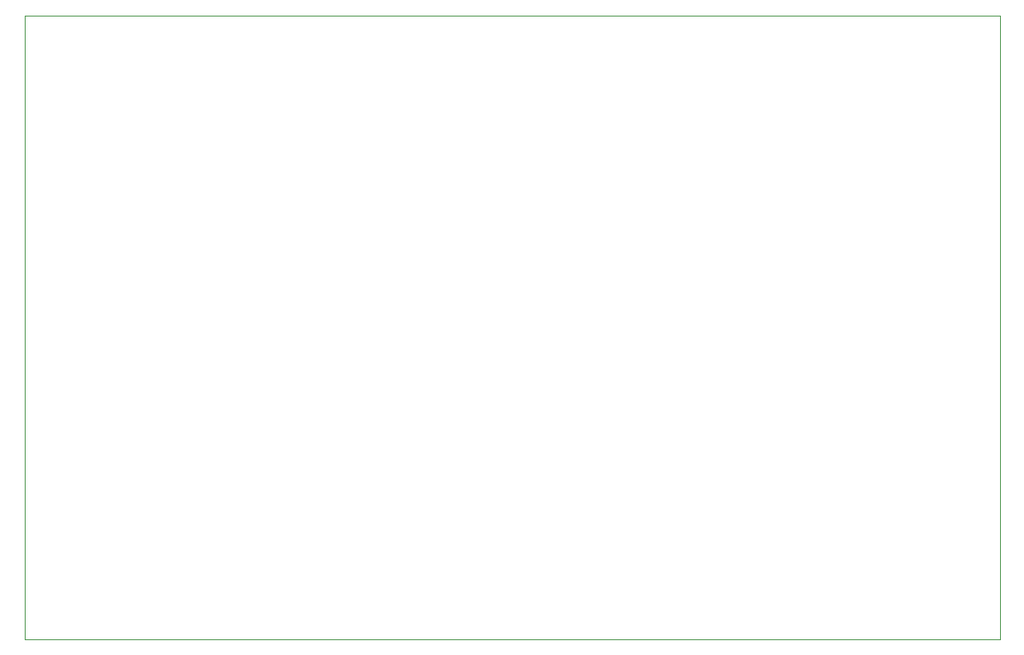
<source format=gbr>
G04 #@! TF.GenerationSoftware,KiCad,Pcbnew,(5.1.4-0-10_14)*
G04 #@! TF.CreationDate,2019-08-27T23:22:26+02:00*
G04 #@! TF.ProjectId,PSU-Matti-v02,5053552d-4d61-4747-9469-2d7630322e6b,v01*
G04 #@! TF.SameCoordinates,Original*
G04 #@! TF.FileFunction,Profile,NP*
%FSLAX46Y46*%
G04 Gerber Fmt 4.6, Leading zero omitted, Abs format (unit mm)*
G04 Created by KiCad (PCBNEW (5.1.4-0-10_14)) date 2019-08-27 23:22:26*
%MOMM*%
%LPD*%
G04 APERTURE LIST*
%ADD10C,0.025400*%
G04 APERTURE END LIST*
D10*
X75000000Y-134000000D02*
X75000000Y-70000000D01*
X175000000Y-70000000D02*
X75000000Y-70000000D01*
X175000000Y-134000000D02*
X175000000Y-70000000D01*
X75000000Y-134000000D02*
X175000000Y-134000000D01*
M02*

</source>
